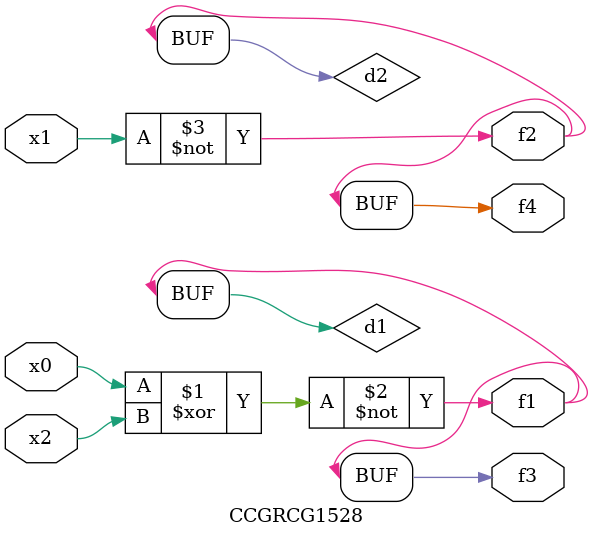
<source format=v>
module CCGRCG1528(
	input x0, x1, x2,
	output f1, f2, f3, f4
);

	wire d1, d2, d3;

	xnor (d1, x0, x2);
	nand (d2, x1);
	nor (d3, x1, x2);
	assign f1 = d1;
	assign f2 = d2;
	assign f3 = d1;
	assign f4 = d2;
endmodule

</source>
